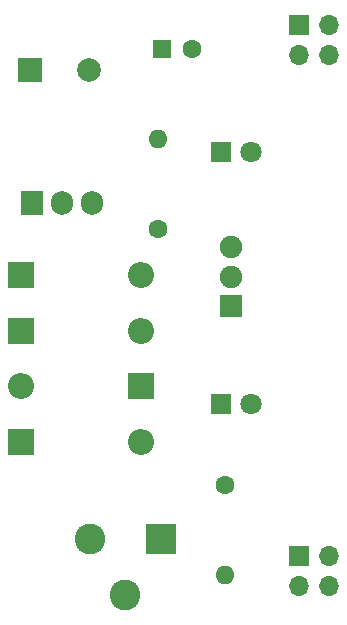
<source format=gts>
%TF.GenerationSoftware,KiCad,Pcbnew,5.1.8-db9833491~88~ubuntu18.04.1*%
%TF.CreationDate,2021-01-02T19:35:10+01:00*%
%TF.ProjectId,Breadboard_power_supply,42726561-6462-46f6-9172-645f706f7765,Rev A*%
%TF.SameCoordinates,Original*%
%TF.FileFunction,Soldermask,Top*%
%TF.FilePolarity,Negative*%
%FSLAX46Y46*%
G04 Gerber Fmt 4.6, Leading zero omitted, Abs format (unit mm)*
G04 Created by KiCad (PCBNEW 5.1.8-db9833491~88~ubuntu18.04.1) date 2021-01-02 19:35:10*
%MOMM*%
%LPD*%
G01*
G04 APERTURE LIST*
%ADD10R,1.600000X1.600000*%
%ADD11C,1.600000*%
%ADD12R,2.000000X2.000000*%
%ADD13C,2.000000*%
%ADD14O,2.200000X2.200000*%
%ADD15R,2.200000X2.200000*%
%ADD16C,1.800000*%
%ADD17R,1.800000X1.800000*%
%ADD18R,2.600000X2.600000*%
%ADD19C,2.600000*%
%ADD20R,1.700000X1.700000*%
%ADD21O,1.700000X1.700000*%
%ADD22O,1.600000X1.600000*%
%ADD23R,1.900000X1.900000*%
%ADD24C,1.900000*%
%ADD25R,1.905000X2.000000*%
%ADD26O,1.905000X2.000000*%
G04 APERTURE END LIST*
D10*
%TO.C,C1*%
X128016000Y-64262000D03*
D11*
X130516000Y-64262000D03*
%TD*%
D12*
%TO.C,C2*%
X116840000Y-66040000D03*
D13*
X121840000Y-66040000D03*
%TD*%
D14*
%TO.C,D1*%
X116078000Y-92837000D03*
D15*
X126238000Y-92837000D03*
%TD*%
%TO.C,D2*%
X116078000Y-83439000D03*
D14*
X126238000Y-83439000D03*
%TD*%
D15*
%TO.C,D3*%
X116078000Y-97536000D03*
D14*
X126238000Y-97536000D03*
%TD*%
%TO.C,D4*%
X126238000Y-88138000D03*
D15*
X116078000Y-88138000D03*
%TD*%
D16*
%TO.C,D5*%
X135509000Y-94361000D03*
D17*
X132969000Y-94361000D03*
%TD*%
%TO.C,D6*%
X132969000Y-73025000D03*
D16*
X135509000Y-73025000D03*
%TD*%
D18*
%TO.C,J1*%
X127889000Y-105791000D03*
D19*
X121889000Y-105791000D03*
X124889000Y-110491000D03*
%TD*%
D20*
%TO.C,J2*%
X139573000Y-62230000D03*
D21*
X142113000Y-62230000D03*
X139573000Y-64770000D03*
X142113000Y-64770000D03*
%TD*%
%TO.C,J3*%
X142113000Y-109755000D03*
X139573000Y-109755000D03*
X142113000Y-107215000D03*
D20*
X139573000Y-107215000D03*
%TD*%
D22*
%TO.C,R1*%
X133350000Y-108839000D03*
D11*
X133350000Y-101219000D03*
%TD*%
%TO.C,R2*%
X127635000Y-79502000D03*
D22*
X127635000Y-71882000D03*
%TD*%
D23*
%TO.C,SW1*%
X133858000Y-86073000D03*
D24*
X133858000Y-83573000D03*
X133858000Y-81073000D03*
%TD*%
D25*
%TO.C,U1*%
X116967000Y-77343000D03*
D26*
X119507000Y-77343000D03*
X122047000Y-77343000D03*
%TD*%
M02*

</source>
